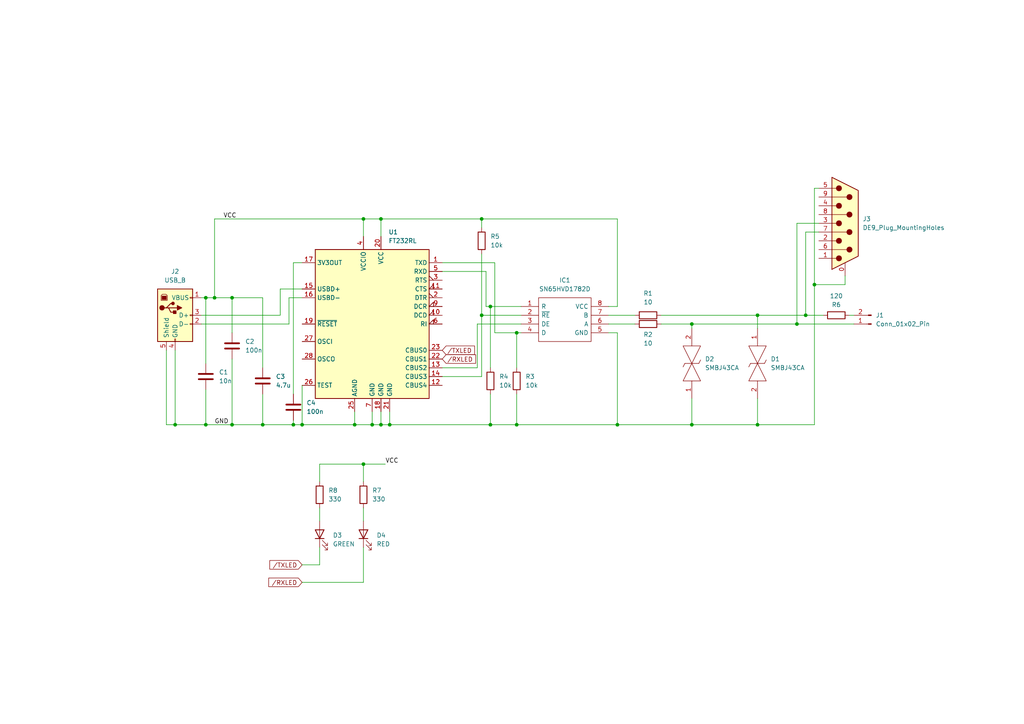
<source format=kicad_sch>
(kicad_sch (version 20231120) (generator "eeschema") (generator_version "8.0")
  (paper "A4")
  (title_block (title "USB to RS485 converter") (date "2024-03-13") (rev "1.0"))
  (lib_symbols
    (symbol "Connector:Conn_01x02_Pin" (pin_names (offset 1.016) hide)
      (property "Reference" "J" (at 0 2.54 0))
      (property "Value" "Conn_01x02_Pin" (at 0 -5.08 0))
      (symbol "Conn_01x02_Pin_1_1"
        (polyline (pts (xy 1.27 -2.54) (xy 0.8636 -2.54)) (stroke (width 0.1524)))
        (polyline (pts (xy 1.27 0) (xy 0.8636 0)) (stroke (width 0.1524)))
        (rectangle (start 0.8636 -2.413) (end 0 -2.667) (stroke (width 0.1524)) (fill (type outline)))
        (rectangle (start 0.8636 0.127) (end 0 -0.127) (stroke (width 0.1524)) (fill (type outline)))
        (pin passive line (at 5.08 0 180) (length 3.81) (name "Pin_1") (number "1"))
        (pin passive line (at 5.08 -2.54 180) (length 3.81) (name "Pin_2") (number "2"))
      )
    )
    (symbol "Connector:DE9_Plug_MountingHoles" (pin_names (offset 1.016) hide)
      (property "Reference" "J" (at 0 16.51 0))
      (property "Value" "DE9_Plug_MountingHoles" (at 0 14.605 0))
      (symbol "DE9_Plug_MountingHoles_0_1"
        (circle (center -1.778 -10.16) (radius 0.762) (fill (type outline)))
        (circle (center -1.778 -5.08) (radius 0.762) (fill (type outline)))
        (circle (center -1.778 0) (radius 0.762) (fill (type outline)))
        (circle (center -1.778 5.08) (radius 0.762) (fill (type outline)))
        (circle (center -1.778 10.16) (radius 0.762) (fill (type outline)))
        (polyline (pts (xy -3.81 -10.16) (xy -2.54 -10.16)))
        (polyline (pts (xy -3.81 -7.62) (xy 0.508 -7.62)))
        (polyline (pts (xy -3.81 -5.08) (xy -2.54 -5.08)))
        (polyline (pts (xy -3.81 -2.54) (xy 0.508 -2.54)))
        (polyline (pts (xy -3.81 0) (xy -2.54 0)))
        (polyline (pts (xy -3.81 2.54) (xy 0.508 2.54)))
        (polyline (pts (xy -3.81 5.08) (xy -2.54 5.08)))
        (polyline (pts (xy -3.81 7.62) (xy 0.508 7.62)))
        (polyline (pts (xy -3.81 10.16) (xy -2.54 10.16)))
        (polyline (pts (xy -3.81 -13.335) (xy -3.81 13.335) (xy 3.81 9.525) (xy 3.81 -9.525) (xy -3.81 -13.335)) (stroke (width 0.254)) (fill (type background)))
        (circle (center 1.27 -7.62) (radius 0.762) (fill (type outline)))
        (circle (center 1.27 -2.54) (radius 0.762) (fill (type outline)))
        (circle (center 1.27 2.54) (radius 0.762) (fill (type outline)))
        (circle (center 1.27 7.62) (radius 0.762) (fill (type outline)))
      )
      (symbol "DE9_Plug_MountingHoles_1_1"
        (pin passive line (at 0 -15.24 90) (length 3.81) (name "PAD") (number "0"))
        (pin passive line (at -7.62 -10.16 0) (length 3.81) (name "1") (number "1"))
        (pin passive line (at -7.62 -5.08 0) (length 3.81) (name "2") (number "2"))
        (pin passive line (at -7.62 0 0) (length 3.81) (name "3") (number "3"))
        (pin passive line (at -7.62 5.08 0) (length 3.81) (name "4") (number "4"))
        (pin passive line (at -7.62 10.16 0) (length 3.81) (name "5") (number "5"))
        (pin passive line (at -7.62 -7.62 0) (length 3.81) (name "6") (number "6"))
        (pin passive line (at -7.62 -2.54 0) (length 3.81) (name "7") (number "7"))
        (pin passive line (at -7.62 2.54 0) (length 3.81) (name "8") (number "8"))
        (pin passive line (at -7.62 7.62 0) (length 3.81) (name "9") (number "9"))
      )
    )
    (symbol "Connector:USB_B" (pin_names (offset 1.016))
      (property "Reference" "J" (at -5.08 11.43 0))
      (property "Value" "USB_B" (at -5.08 8.89 0))
      (symbol "USB_B_0_1"
        (rectangle (start -5.08 -7.62) (end 5.08 7.62) (stroke (width 0.254)) (fill (type background)))
        (circle (center -3.81 2.159) (radius 0.635) (stroke (width 0.254)) (fill (type outline)))
        (rectangle (start -3.81 5.588) (end -2.54 4.572) (fill (type outline)))
        (circle (center -0.635 3.429) (radius 0.381) (stroke (width 0.254)) (fill (type outline)))
        (rectangle (start -0.127 -7.62) (end 0.127 -6.858))
        (polyline (pts (xy -1.905 2.159) (xy 0.635 2.159)) (stroke (width 0.254)))
        (polyline (pts (xy -3.175 2.159) (xy -2.54 2.159) (xy -1.27 3.429) (xy -0.635 3.429)) (stroke (width 0.254)))
        (polyline (pts (xy -2.54 2.159) (xy -1.905 2.159) (xy -1.27 0.889) (xy 0 0.889)) (stroke (width 0.254)))
        (polyline (pts (xy 0.635 2.794) (xy 0.635 1.524) (xy 1.905 2.159) (xy 0.635 2.794)) (stroke (width 0.254)) (fill (type outline)))
        (polyline (pts (xy -4.064 4.318) (xy -2.286 4.318) (xy -2.286 5.715) (xy -2.667 6.096) (xy -3.683 6.096) (xy -4.064 5.715) (xy -4.064 4.318)))
        (rectangle (start 0.254 1.27) (end -0.508 0.508) (stroke (width 0.254)) (fill (type outline)))
        (rectangle (start 5.08 -2.667) (end 4.318 -2.413))
        (rectangle (start 5.08 -0.127) (end 4.318 0.127))
        (rectangle (start 5.08 4.953) (end 4.318 5.207))
      )
      (symbol "USB_B_1_1"
        (pin power_out line (at 7.62 5.08 180) (length 2.54) (name "VBUS") (number "1"))
        (pin bidirectional line (at 7.62 -2.54 180) (length 2.54) (name "D-") (number "2"))
        (pin bidirectional line (at 7.62 0 180) (length 2.54) (name "D+") (number "3"))
        (pin power_out line (at 0 -10.16 90) (length 2.54) (name "GND") (number "4"))
        (pin passive line (at -2.54 -10.16 90) (length 2.54) (name "Shield") (number "5"))
      )
    )
    (symbol "Device:C" (pin_numbers hide) (pin_names (offset 0.254))
      (property "Reference" "C" (at 0.635 2.54 0))
      (property "Value" "C" (at 0.635 -2.54 0))
      (symbol "C_0_1"
        (polyline (pts (xy -2.032 -0.762) (xy 2.032 -0.762)) (stroke (width 0.508)))
        (polyline (pts (xy -2.032 0.762) (xy 2.032 0.762)) (stroke (width 0.508)))
      )
      (symbol "C_1_1"
        (pin passive line (at 0 3.81 270) (length 2.794) (name "~") (number "1"))
        (pin passive line (at 0 -3.81 90) (length 2.794) (name "~") (number "2"))
      )
    )
    (symbol "Device:LED" (pin_numbers hide) (pin_names (offset 1.016) hide)
      (property "Reference" "D" (at 0 2.54 0))
      (property "Value" "LED" (at 0 -2.54 0))
      (symbol "LED_0_1"
        (polyline (pts (xy -1.27 -1.27) (xy -1.27 1.27)) (stroke (width 0.254)))
        (polyline (pts (xy -1.27 0) (xy 1.27 0)))
        (polyline (pts (xy 1.27 -1.27) (xy 1.27 1.27) (xy -1.27 0) (xy 1.27 -1.27)) (stroke (width 0.254)))
        (polyline (pts (xy -3.048 -0.762) (xy -4.572 -2.286) (xy -3.81 -2.286) (xy -4.572 -2.286) (xy -4.572 -1.524)))
        (polyline (pts (xy -1.778 -0.762) (xy -3.302 -2.286) (xy -2.54 -2.286) (xy -3.302 -2.286) (xy -3.302 -1.524)))
      )
      (symbol "LED_1_1"
        (pin passive line (at -3.81 0 0) (length 2.54) (name "K") (number "1"))
        (pin passive line (at 3.81 0 180) (length 2.54) (name "A") (number "2"))
      )
    )
    (symbol "Device:R" (pin_numbers hide) (pin_names (offset 0))
      (property "Reference" "R" (at 2.032 0 90))
      (property "Value" "R" (at 0 0 90))
      (symbol "R_0_1"
        (rectangle (start -1.016 -2.54) (end 1.016 2.54) (stroke (width 0.254)))
      )
      (symbol "R_1_1"
        (pin passive line (at 0 3.81 270) (length 1.27) (name "~") (number "1"))
        (pin passive line (at 0 -3.81 90) (length 1.27) (name "~") (number "2"))
      )
    )
    (symbol "Interface_USB:FT232RL"
      (property "Reference" "U" (at -16.51 22.86 0))
      (property "Value" "FT232RL" (at 10.16 22.86 0))
      (symbol "FT232RL_0_1"
        (rectangle (start -16.51 21.59) (end 16.51 -21.59) (stroke (width 0.254)) (fill (type background)))
      )
      (symbol "FT232RL_1_1"
        (pin output line (at 20.32 17.78 180) (length 3.81) (name "TXD") (number "1"))
        (pin input input_low (at 20.32 2.54 180) (length 3.81) (name "DCD") (number "10"))
        (pin input input_low (at 20.32 10.16 180) (length 3.81) (name "CTS") (number "11"))
        (pin bidirectional line (at 20.32 -17.78 180) (length 3.81) (name "CBUS4") (number "12"))
        (pin bidirectional line (at 20.32 -12.7 180) (length 3.81) (name "CBUS2") (number "13"))
        (pin bidirectional line (at 20.32 -15.24 180) (length 3.81) (name "CBUS3") (number "14"))
        (pin bidirectional line (at -20.32 10.16 0) (length 3.81) (name "USBD+") (number "15"))
        (pin bidirectional line (at -20.32 7.62 0) (length 3.81) (name "USBD-") (number "16"))
        (pin power_out line (at -20.32 17.78 0) (length 3.81) (name "3V3OUT") (number "17"))
        (pin power_in line (at 2.54 -25.4 90) (length 3.81) (name "GND") (number "18"))
        (pin input line (at -20.32 0 0) (length 3.81) (name "~{RESET}") (number "19"))
        (pin output output_low (at 20.32 7.62 180) (length 3.81) (name "DTR") (number "2"))
        (pin power_in line (at 2.54 25.4 270) (length 3.81) (name "VCC") (number "20"))
        (pin power_in line (at 5.08 -25.4 90) (length 3.81) (name "GND") (number "21"))
        (pin bidirectional line (at 20.32 -10.16 180) (length 3.81) (name "CBUS1") (number "22"))
        (pin bidirectional line (at 20.32 -7.62 180) (length 3.81) (name "CBUS0") (number "23"))
        (pin power_in line (at -5.08 -25.4 90) (length 3.81) (name "AGND") (number "25"))
        (pin input line (at -20.32 -17.78 0) (length 3.81) (name "TEST") (number "26"))
        (pin input line (at -20.32 -5.08 0) (length 3.81) (name "OSCI") (number "27"))
        (pin output line (at -20.32 -10.16 0) (length 3.81) (name "OSCO") (number "28"))
        (pin output output_low (at 20.32 12.7 180) (length 3.81) (name "RTS") (number "3"))
        (pin power_in line (at -2.54 25.4 270) (length 3.81) (name "VCCIO") (number "4"))
        (pin input line (at 20.32 15.24 180) (length 3.81) (name "RXD") (number "5"))
        (pin input input_low (at 20.32 0 180) (length 3.81) (name "RI") (number "6"))
        (pin power_in line (at 0 -25.4 90) (length 3.81) (name "GND") (number "7"))
        (pin input input_low (at 20.32 5.08 180) (length 3.81) (name "DCR") (number "9"))
      )
    )
    (symbol "SamacSys_Parts:SMBJ43CA" (pin_names (offset 0.762))
      (property "Reference" "D" (at 12.7 8.89 0))
      (property "Value" "SMBJ43CA" (at 12.7 6.35 0))
      (symbol "SMBJ43CA_0_0"
        (pin passive line (at 0 0 0) (length 5.08) (name "~") (number "1"))
        (pin passive line (at 20.32 0 180) (length 5.08) (name "~") (number "2"))
      )
      (symbol "SMBJ43CA_0_1"
        (polyline (pts (xy 9.144 2.54) (xy 10.16 2.032)) (stroke (width 0.1524)))
        (polyline (pts (xy 10.16 -2.032) (xy 10.16 2.032)) (stroke (width 0.1524)))
        (polyline (pts (xy 10.16 -2.032) (xy 11.176 -2.54)) (stroke (width 0.1524)))
        (polyline (pts (xy 10.16 0) (xy 5.08 -2.54) (xy 5.08 2.54) (xy 10.16 0)) (stroke (width 0.1524)))
        (polyline (pts (xy 10.16 0) (xy 15.24 -2.54) (xy 15.24 2.54) (xy 10.16 0)) (stroke (width 0.1524)))
      )
    )
    (symbol "SamacSys_Parts:SN65HVD1782D" (pin_names (offset 0.762))
      (property "Reference" "IC" (at 21.59 7.62 0))
      (property "Value" "SN65HVD1782D" (at 21.59 5.08 0))
      (symbol "SN65HVD1782D_0_0"
        (pin passive line (at 0 0 0) (length 5.08) (name "R") (number "1"))
        (pin passive line (at 0 -2.54 0) (length 5.08) (name "~{RE}") (number "2"))
        (pin passive line (at 0 -5.08 0) (length 5.08) (name "DE") (number "3"))
        (pin passive line (at 0 -7.62 0) (length 5.08) (name "D") (number "4"))
        (pin passive line (at 25.4 -7.62 180) (length 5.08) (name "GND") (number "5"))
        (pin passive line (at 25.4 -5.08 180) (length 5.08) (name "A") (number "6"))
        (pin passive line (at 25.4 -2.54 180) (length 5.08) (name "B") (number "7"))
        (pin passive line (at 25.4 0 180) (length 5.08) (name "VCC") (number "8"))
      )
      (symbol "SN65HVD1782D_0_1"
        (polyline (pts (xy 5.08 2.54) (xy 20.32 2.54) (xy 20.32 -10.16) (xy 5.08 -10.16) (xy 5.08 2.54)) (stroke (width 0.1524)))
      )
    )
  )
  (junction (at 142.24 88.9))
  (junction (at 105.41 63.5))
  (junction (at 219.71 91.44))
  (junction (at 67.31 86.36))
  (junction (at 142.24 123.19))
  (junction (at 110.49 63.5))
  (junction (at 233.68 91.44))
  (junction (at 105.41 134.62))
  (junction (at 139.7 63.5))
  (junction (at 200.66 123.19))
  (junction (at 62.23 86.36))
  (junction (at 236.22 82.55))
  (junction (at 113.03 123.19))
  (junction (at 219.71 123.19))
  (junction (at 149.86 96.52))
  (junction (at 50.8 123.19))
  (junction (at 102.87 123.19))
  (junction (at 139.7 91.44))
  (junction (at 59.69 123.19))
  (junction (at 85.09 123.19))
  (junction (at 87.63 123.19))
  (junction (at 110.49 123.19))
  (junction (at 231.14 93.98))
  (junction (at 59.69 86.36))
  (junction (at 76.2 123.19))
  (junction (at 149.86 123.19))
  (junction (at 107.95 123.19))
  (junction (at 67.31 123.19))
  (junction (at 200.66 93.98))
  (junction (at 179.07 123.19))
  (wire (pts (xy 62.23 86.36) (xy 62.23 63.5)))
  (wire (pts (xy 200.66 115.57) (xy 200.66 123.19)))
  (wire (pts (xy 140.97 78.74) (xy 140.97 88.9)))
  (wire (pts (xy 140.97 88.9) (xy 142.24 88.9)))
  (wire (pts (xy 92.71 134.62) (xy 105.41 134.62)))
  (wire (pts (xy 176.53 91.44) (xy 184.15 91.44)))
  (wire (pts (xy 143.51 76.2) (xy 143.51 96.52)))
  (wire (pts (xy 81.28 91.44) (xy 81.28 83.82)))
  (wire (pts (xy 85.09 123.19) (xy 87.63 123.19)))
  (wire (pts (xy 139.7 109.22) (xy 139.7 91.44)))
  (wire (pts (xy 237.49 64.77) (xy 231.14 64.77)))
  (wire (pts (xy 233.68 67.31) (xy 233.68 91.44)))
  (wire (pts (xy 105.41 147.32) (xy 105.41 151.13)))
  (wire (pts (xy 87.63 163.83) (xy 92.71 163.83)))
  (wire (pts (xy 83.82 93.98) (xy 58.42 93.98)))
  (wire (pts (xy 200.66 95.25) (xy 200.66 93.98)))
  (wire (pts (xy 149.86 96.52) (xy 151.13 96.52)))
  (wire (pts (xy 67.31 104.14) (xy 67.31 123.19)))
  (wire (pts (xy 67.31 86.36) (xy 62.23 86.36)))
  (wire (pts (xy 219.71 91.44) (xy 219.71 95.25)))
  (wire (pts (xy 149.86 123.19) (xy 179.07 123.19)))
  (wire (pts (xy 200.66 123.19) (xy 219.71 123.19)))
  (wire (pts (xy 128.27 76.2) (xy 143.51 76.2)))
  (wire (pts (xy 238.76 91.44) (xy 233.68 91.44)))
  (wire (pts (xy 142.24 114.3) (xy 142.24 123.19)))
  (wire (pts (xy 142.24 123.19) (xy 149.86 123.19)))
  (wire (pts (xy 62.23 63.5) (xy 105.41 63.5)))
  (wire (pts (xy 105.41 134.62) (xy 105.41 139.7)))
  (wire (pts (xy 237.49 54.61) (xy 236.22 54.61)))
  (wire (pts (xy 50.8 101.6) (xy 50.8 123.19)))
  (wire (pts (xy 50.8 123.19) (xy 59.69 123.19)))
  (wire (pts (xy 138.43 106.68) (xy 138.43 93.98)))
  (wire (pts (xy 67.31 123.19) (xy 76.2 123.19)))
  (wire (pts (xy 107.95 123.19) (xy 110.49 123.19)))
  (wire (pts (xy 110.49 63.5) (xy 139.7 63.5)))
  (wire (pts (xy 110.49 119.38) (xy 110.49 123.19)))
  (wire (pts (xy 59.69 123.19) (xy 67.31 123.19)))
  (wire (pts (xy 48.26 101.6) (xy 48.26 123.19)))
  (wire (pts (xy 139.7 91.44) (xy 151.13 91.44)))
  (wire (pts (xy 58.42 91.44) (xy 81.28 91.44)))
  (wire (pts (xy 105.41 63.5) (xy 105.41 68.58)))
  (wire (pts (xy 191.77 93.98) (xy 200.66 93.98)))
  (wire (pts (xy 179.07 123.19) (xy 179.07 96.52)))
  (wire (pts (xy 149.86 114.3) (xy 149.86 123.19)))
  (wire (pts (xy 59.69 105.41) (xy 59.69 86.36)))
  (wire (pts (xy 102.87 119.38) (xy 102.87 123.19)))
  (wire (pts (xy 128.27 78.74) (xy 140.97 78.74)))
  (wire (pts (xy 92.71 139.7) (xy 92.71 134.62)))
  (wire (pts (xy 92.71 163.83) (xy 92.71 158.75)))
  (wire (pts (xy 233.68 91.44) (xy 219.71 91.44)))
  (wire (pts (xy 219.71 115.57) (xy 219.71 123.19)))
  (wire (pts (xy 179.07 88.9) (xy 176.53 88.9)))
  (wire (pts (xy 245.11 80.01) (xy 245.11 82.55)))
  (wire (pts (xy 111.76 134.62) (xy 105.41 134.62)))
  (wire (pts (xy 231.14 64.77) (xy 231.14 93.98)))
  (wire (pts (xy 67.31 96.52) (xy 67.31 86.36)))
  (wire (pts (xy 246.38 91.44) (xy 247.65 91.44)))
  (wire (pts (xy 67.31 86.36) (xy 76.2 86.36)))
  (wire (pts (xy 113.03 123.19) (xy 113.03 119.38)))
  (wire (pts (xy 81.28 83.82) (xy 87.63 83.82)))
  (wire (pts (xy 200.66 93.98) (xy 231.14 93.98)))
  (wire (pts (xy 87.63 86.36) (xy 83.82 86.36)))
  (wire (pts (xy 139.7 63.5) (xy 179.07 63.5)))
  (wire (pts (xy 87.63 123.19) (xy 102.87 123.19)))
  (wire (pts (xy 92.71 147.32) (xy 92.71 151.13)))
  (wire (pts (xy 245.11 82.55) (xy 236.22 82.55)))
  (wire (pts (xy 142.24 88.9) (xy 142.24 106.68)))
  (wire (pts (xy 200.66 123.19) (xy 179.07 123.19)))
  (wire (pts (xy 236.22 82.55) (xy 236.22 123.19)))
  (wire (pts (xy 107.95 119.38) (xy 107.95 123.19)))
  (wire (pts (xy 138.43 93.98) (xy 151.13 93.98)))
  (wire (pts (xy 139.7 63.5) (xy 139.7 66.04)))
  (wire (pts (xy 110.49 63.5) (xy 105.41 63.5)))
  (wire (pts (xy 237.49 67.31) (xy 233.68 67.31)))
  (wire (pts (xy 59.69 113.03) (xy 59.69 123.19)))
  (wire (pts (xy 58.42 86.36) (xy 59.69 86.36)))
  (wire (pts (xy 87.63 111.76) (xy 87.63 123.19)))
  (wire (pts (xy 113.03 123.19) (xy 142.24 123.19)))
  (wire (pts (xy 87.63 168.91) (xy 105.41 168.91)))
  (wire (pts (xy 76.2 114.3) (xy 76.2 123.19)))
  (wire (pts (xy 176.53 96.52) (xy 179.07 96.52)))
  (wire (pts (xy 83.82 86.36) (xy 83.82 93.98)))
  (wire (pts (xy 191.77 91.44) (xy 219.71 91.44)))
  (wire (pts (xy 176.53 93.98) (xy 184.15 93.98)))
  (wire (pts (xy 231.14 93.98) (xy 247.65 93.98)))
  (wire (pts (xy 76.2 106.68) (xy 76.2 86.36)))
  (wire (pts (xy 110.49 68.58) (xy 110.49 63.5)))
  (wire (pts (xy 85.09 114.3) (xy 85.09 76.2)))
  (wire (pts (xy 85.09 121.92) (xy 85.09 123.19)))
  (wire (pts (xy 139.7 73.66) (xy 139.7 91.44)))
  (wire (pts (xy 128.27 106.68) (xy 138.43 106.68)))
  (wire (pts (xy 76.2 123.19) (xy 85.09 123.19)))
  (wire (pts (xy 102.87 123.19) (xy 107.95 123.19)))
  (wire (pts (xy 85.09 76.2) (xy 87.63 76.2)))
  (wire (pts (xy 179.07 63.5) (xy 179.07 88.9)))
  (wire (pts (xy 110.49 123.19) (xy 113.03 123.19)))
  (wire (pts (xy 128.27 109.22) (xy 139.7 109.22)))
  (wire (pts (xy 236.22 54.61) (xy 236.22 82.55)))
  (wire (pts (xy 59.69 86.36) (xy 62.23 86.36)))
  (wire (pts (xy 219.71 123.19) (xy 236.22 123.19)))
  (wire (pts (xy 105.41 168.91) (xy 105.41 158.75)))
  (wire (pts (xy 48.26 123.19) (xy 50.8 123.19)))
  (wire (pts (xy 143.51 96.52) (xy 149.86 96.52)))
  (wire (pts (xy 149.86 96.52) (xy 149.86 106.68)))
  (wire (pts (xy 142.24 88.9) (xy 151.13 88.9)))
  (label "VCC" (at 111.76 134.62 0))
  (label "GND" (at 62.23 123.19 0))
  (label "VCC" (at 64.77 63.5 0))
  (global_label "{slash}TXLED" (shape input) (at 128.27 101.6 0) (property "Intersheetrefs" "${INTERSHEET_REFS}" (effects (hide yes))))
  (global_label "{slash}RXLED" (shape input) (at 87.63 168.91 180) (property "Intersheetrefs" "${INTERSHEET_REFS}" (effects (hide yes))))
  (global_label "{slash}TXLED" (shape input) (at 87.63 163.83 180) (property "Intersheetrefs" "${INTERSHEET_REFS}" (effects (hide yes))))
  (global_label "{slash}RXLED" (shape input) (at 128.27 104.14 0) (property "Intersheetrefs" "${INTERSHEET_REFS}" (effects (hide yes))))
  (symbol (lib_id "Connector:DE9_Plug_MountingHoles") (at 245.11 64.77 0) (unit 1)
    (property "Reference" "J3" (at 250.19 63.4999 0) (effects (justify left)))
    (property "Value" "DE9_Plug_MountingHoles" (at 250.19 66.0399 0) (effects (justify left)))
    (property "Footprint" "Connector_Dsub:DSUB-9_Female_Horizontal_P2.77x2.84mm_EdgePinOffset4.94mm_Housed_MountingHolesOffset7.48mm" (effects (hide yes)))
    (property "Datasheet" " ~" (effects (hide yes)))
    (property "Description" "9-pin male plug pin D-SUB connector, Mounting Hole" (effects (hide yes)))
  )
  (symbol (lib_id "Connector:USB_B") (at 50.8 91.44 0) (unit 1)
    (property "Reference" "J2" (at 50.8 78.74 0))
    (property "Value" "USB_B" (at 50.8 81.28 0))
    (property "Footprint" "Connector_USB:USB_B_Lumberg_2411_02_Horizontal" (effects (hide yes)))
    (property "Datasheet" " ~" (effects (hide yes)))
    (property "Description" "USB Type B connector" (effects (hide yes)))
  )
  (symbol (lib_id "Device:R") (at 187.96 91.44 90) (unit 1)
    (property "Reference" "R1" (at 187.96 85.09 90))
    (property "Value" "10" (at 187.96 87.63 90))
    (property "Footprint" "Resistor_SMD:R_0603_1608Metric_Pad0.98x0.95mm_HandSolder" (effects (hide yes)))
    (property "Description" "Resistor" (effects (hide yes)))
  )
  (symbol (lib_id "Device:R") (at 242.57 91.44 90) (unit 1)
    (property "Reference" "R6" (at 242.57 88.392 90))
    (property "Value" "120" (at 242.57 85.852 90))
    (property "Footprint" "Resistor_SMD:R_0603_1608Metric_Pad0.98x0.95mm_HandSolder" (effects (hide yes)))
    (property "Description" "Resistor" (effects (hide yes)))
  )
  (symbol (lib_id "Device:R") (at 105.41 143.51 0) (unit 1)
    (property "Reference" "R7" (at 107.95 142.2399 0) (effects (justify left)))
    (property "Value" "330" (at 107.95 144.7799 0) (effects (justify left)))
    (property "Footprint" "Resistor_SMD:R_0603_1608Metric_Pad0.98x0.95mm_HandSolder" (effects (hide yes)))
    (property "Description" "Resistor" (effects (hide yes)))
  )
  (symbol (lib_id "Connector:Conn_01x02_Pin") (at 252.73 93.98 180) (unit 1)
    (property "Reference" "J1" (at 254 91.4399 0) (effects (justify right)))
    (property "Value" "Conn_01x02_Pin" (at 254 93.9799 0) (effects (justify right)))
    (property "Footprint" "Connector_PinHeader_2.54mm:PinHeader_1x02_P2.54mm_Vertical" (effects (hide yes)))
    (property "Description" "Generic connector, single row, 01x02, script generated" (effects (hide yes)))
  )
  (symbol (lib_id "SamacSys_Parts:SMBJ43CA") (at 200.66 115.57 90) (unit 1)
    (property "Reference" "D2" (at 204.47 104.1399 90) (effects (justify right)))
    (property "Value" "SMBJ43CA" (at 204.47 106.6799 90) (effects (justify right)))
    (property "Footprint" "DIONM5436X261N" (effects (hide yes)))
    (property "Datasheet" "https://www.littelfuse.com/~/media/electronics/datasheets/tvs_diodes/littelfuse_tvs_diode_smbj_datasheet.pdf.pdf" (effects (hide yes)))
    (property "Description" "Littelfuse SMBJ43CA, Bi-Directional TVS Diode, 600W, 2-Pin DO-214AA" (effects (hide yes)))
    (property "Height" "2.61" (effects (hide yes)))
    (property "Manufacturer_Name" "LITTELFUSE" (effects (hide yes)))
    (property "Manufacturer_Part_Number" "SMBJ43CA" (effects (hide yes)))
    (property "Mouser Part Number" "576-SMBJ43CA" (effects (hide yes)))
    (property "Mouser Price/Stock" "https://www.mouser.co.uk/ProductDetail/Littelfuse/SMBJ43CA?qs=HR2RnyOI4E5KHCN9Vj4RZA%3D%3D" (effects (hide yes)))
    (property "Arrow Part Number" "SMBJ43CA" (effects (hide yes)))
    (property "Arrow Price/Stock" "https://www.arrow.com/en/products/smbj43ca/littelfuse?region=nac" (effects (hide yes)))
  )
  (symbol (lib_id "Device:C") (at 67.31 100.33 0) (unit 1)
    (property "Reference" "C2" (at 71.12 99.0599 0) (effects (justify left)))
    (property "Value" "100n" (at 71.12 101.5999 0) (effects (justify left)))
    (property "Footprint" "Capacitor_SMD:C_0603_1608Metric_Pad1.08x0.95mm_HandSolder" (effects (hide yes)))
    (property "Description" "Unpolarized capacitor" (effects (hide yes)))
  )
  (symbol (lib_id "Interface_USB:FT232RL") (at 107.95 93.98 0) (unit 1)
    (property "Reference" "U1" (at 112.6841 67.31 0) (effects (justify left)))
    (property "Value" "FT232RL" (at 112.6841 69.85 0) (effects (justify left)))
    (property "Footprint" "Package_SO:SSOP-28_5.3x10.2mm_P0.65mm" (effects (hide yes)))
    (property "Datasheet" "https://www.ftdichip.com/Support/Documents/DataSheets/ICs/DS_FT232R.pdf" (effects (hide yes)))
    (property "Description" "USB to Serial Interface, SSOP-28" (effects (hide yes)))
  )
  (symbol (lib_id "Device:R") (at 139.7 69.85 0) (unit 1)
    (property "Reference" "R5" (at 142.24 68.5799 0) (effects (justify left)))
    (property "Value" "10k" (at 142.24 71.1199 0) (effects (justify left)))
    (property "Footprint" "Resistor_SMD:R_0603_1608Metric_Pad0.98x0.95mm_HandSolder" (effects (hide yes)))
    (property "Description" "Resistor" (effects (hide yes)))
  )
  (symbol (lib_id "Device:LED") (at 105.41 154.94 90) (unit 1)
    (property "Reference" "D4" (at 109.22 155.2574 90) (effects (justify right)))
    (property "Value" "RED" (at 109.22 157.7974 90) (effects (justify right)))
    (property "Footprint" "LED_SMD:LED_0603_1608Metric_Pad1.05x0.95mm_HandSolder" (effects (hide yes)))
    (property "Description" "Light emitting diode" (effects (hide yes)))
  )
  (symbol (lib_id "Device:R") (at 149.86 110.49 0) (unit 1)
    (property "Reference" "R3" (at 152.4 109.2199 0) (effects (justify left)))
    (property "Value" "10k" (at 152.4 111.7599 0) (effects (justify left)))
    (property "Footprint" "Resistor_SMD:R_0603_1608Metric_Pad0.98x0.95mm_HandSolder" (effects (hide yes)))
    (property "Description" "Resistor" (effects (hide yes)))
  )
  (symbol (lib_id "Device:R") (at 92.71 143.51 0) (unit 1)
    (property "Reference" "R8" (at 95.25 142.2399 0) (effects (justify left)))
    (property "Value" "330" (at 95.25 144.7799 0) (effects (justify left)))
    (property "Footprint" "Resistor_SMD:R_0603_1608Metric_Pad0.98x0.95mm_HandSolder" (effects (hide yes)))
    (property "Description" "Resistor" (effects (hide yes)))
  )
  (symbol (lib_id "SamacSys_Parts:SMBJ43CA") (at 219.71 95.25 270) (unit 1)
    (property "Reference" "D1" (at 223.52 104.1399 90) (effects (justify left)))
    (property "Value" "SMBJ43CA" (at 223.52 106.6799 90) (effects (justify left)))
    (property "Footprint" "DIONM5436X261N" (effects (hide yes)))
    (property "Datasheet" "https://www.littelfuse.com/~/media/electronics/datasheets/tvs_diodes/littelfuse_tvs_diode_smbj_datasheet.pdf.pdf" (effects (hide yes)))
    (property "Description" "Littelfuse SMBJ43CA, Bi-Directional TVS Diode, 600W, 2-Pin DO-214AA" (effects (hide yes)))
    (property "Height" "2.61" (effects (hide yes)))
    (property "Manufacturer_Name" "LITTELFUSE" (effects (hide yes)))
    (property "Manufacturer_Part_Number" "SMBJ43CA" (effects (hide yes)))
    (property "Mouser Part Number" "576-SMBJ43CA" (effects (hide yes)))
    (property "Mouser Price/Stock" "https://www.mouser.co.uk/ProductDetail/Littelfuse/SMBJ43CA?qs=HR2RnyOI4E5KHCN9Vj4RZA%3D%3D" (effects (hide yes)))
    (property "Arrow Part Number" "SMBJ43CA" (effects (hide yes)))
    (property "Arrow Price/Stock" "https://www.arrow.com/en/products/smbj43ca/littelfuse?region=nac" (effects (hide yes)))
  )
  (symbol (lib_id "Device:R") (at 187.96 93.98 270) (unit 1)
    (property "Reference" "R2" (at 187.96 97.028 90))
    (property "Value" "10" (at 187.96 99.568 90))
    (property "Footprint" "Resistor_SMD:R_0603_1608Metric_Pad0.98x0.95mm_HandSolder" (effects (hide yes)))
    (property "Description" "Resistor" (effects (hide yes)))
  )
  (symbol (lib_id "Device:C") (at 85.09 118.11 0) (unit 1)
    (property "Reference" "C4" (at 88.9 116.8399 0) (effects (justify left)))
    (property "Value" "100n" (at 88.9 119.3799 0) (effects (justify left)))
    (property "Footprint" "Capacitor_SMD:C_0603_1608Metric_Pad1.08x0.95mm_HandSolder" (effects (hide yes)))
    (property "Description" "Unpolarized capacitor" (effects (hide yes)))
  )
  (symbol (lib_id "Device:LED") (at 92.71 154.94 90) (unit 1)
    (property "Reference" "D3" (at 96.52 155.2574 90) (effects (justify right)))
    (property "Value" "GREEN" (at 96.52 157.7974 90) (effects (justify right)))
    (property "Footprint" "LED_SMD:LED_0603_1608Metric_Pad1.05x0.95mm_HandSolder" (effects (hide yes)))
    (property "Description" "Light emitting diode" (effects (hide yes)))
  )
  (symbol (lib_id "Device:C") (at 59.69 109.22 0) (unit 1)
    (property "Reference" "C1" (at 63.5 107.9499 0) (effects (justify left)))
    (property "Value" "10n" (at 63.5 110.4899 0) (effects (justify left)))
    (property "Footprint" "Capacitor_SMD:C_0603_1608Metric_Pad1.08x0.95mm_HandSolder" (effects (hide yes)))
    (property "Description" "Unpolarized capacitor" (effects (hide yes)))
  )
  (symbol (lib_id "Device:R") (at 142.24 110.49 0) (unit 1)
    (property "Reference" "R4" (at 144.78 109.2199 0) (effects (justify left)))
    (property "Value" "10k" (at 144.78 111.7599 0) (effects (justify left)))
    (property "Footprint" "Resistor_SMD:R_0603_1608Metric_Pad0.98x0.95mm_HandSolder" (effects (hide yes)))
    (property "Description" "Resistor" (effects (hide yes)))
  )
  (symbol (lib_id "SamacSys_Parts:SN65HVD1782D") (at 151.13 88.9 0) (unit 1)
    (property "Reference" "IC1" (at 163.83 81.28 0))
    (property "Value" "SN65HVD1782D" (at 163.83 83.82 0))
    (property "Footprint" "SOIC127P600X175-8N" (effects (hide yes)))
    (property "Datasheet" "https://datasheet.datasheetarchive.com/originals/distributors/Datasheets-SFU2/DSASFU100031927.pdf" (effects (hide yes)))
    (property "Description" "30-V Fault-Protected RS-485 Transceiver" (effects (hide yes)))
    (property "Height" "1.75" (effects (hide yes)))
    (property "Manufacturer_Name" "Texas Instruments" (effects (hide yes)))
    (property "Manufacturer_Part_Number" "SN65HVD1782D" (effects (hide yes)))
    (property "Mouser Part Number" "595-SN65HVD1782D" (effects (hide yes)))
    (property "Mouser Price/Stock" "https://www.mouser.co.uk/ProductDetail/Texas-Instruments/SN65HVD1782D/?qs=3WadRV20yGxZLLHZt%252Bic0A%3D%3D" (effects (hide yes)))
    (property "Arrow Part Number" "SN65HVD1782D" (effects (hide yes)))
    (property "Arrow Price/Stock" "https://www.arrow.com/en/products/sn65hvd1782d/texas-instruments" (effects (hide yes)))
  )
  (symbol (lib_id "Device:C") (at 76.2 110.49 0) (unit 1)
    (property "Reference" "C3" (at 80.01 109.2199 0) (effects (justify left)))
    (property "Value" "4.7u" (at 80.01 111.7599 0) (effects (justify left)))
    (property "Footprint" "Capacitor_SMD:C_0603_1608Metric_Pad1.08x0.95mm_HandSolder" (effects (hide yes)))
    (property "Description" "Unpolarized capacitor" (effects (hide yes)))
  )
)
</source>
